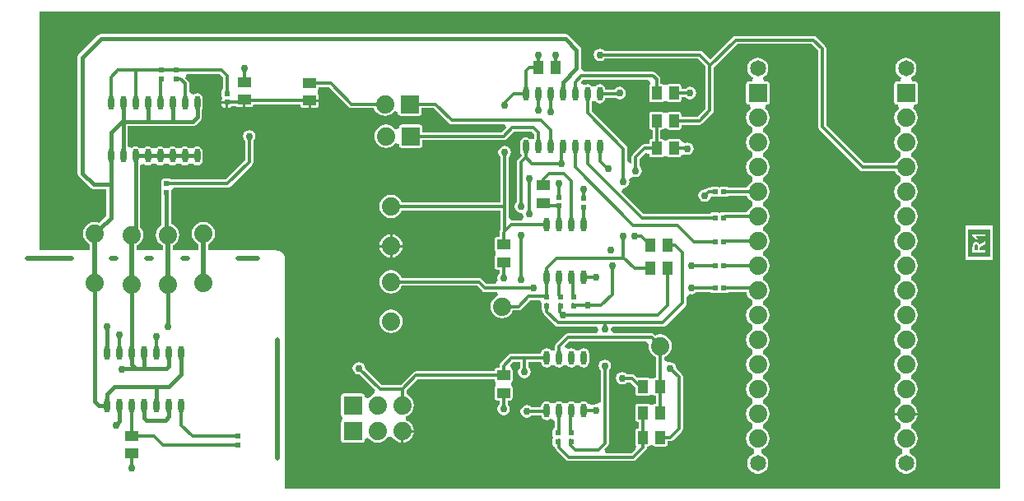
<source format=gtl>
G04 Layer_Physical_Order=1*
G04 Layer_Color=255*
%FSLAX25Y25*%
%MOIN*%
G70*
G01*
G75*
%ADD10O,0.02362X0.05709*%
%ADD11R,0.03937X0.05315*%
%ADD12R,0.05315X0.03937*%
%ADD13R,0.02165X0.02165*%
%ADD14R,0.02165X0.02165*%
%ADD15C,0.01200*%
%ADD16C,0.01800*%
%ADD17C,0.02000*%
%ADD18R,0.07400X0.07400*%
%ADD19C,0.07400*%
%ADD20R,0.07400X0.07400*%
%ADD21O,0.03937X0.01968*%
%ADD22O,0.01968X0.50000*%
%ADD23C,0.06500*%
%ADD24O,0.10000X0.01968*%
%ADD25O,0.20000X0.01968*%
%ADD26C,0.03000*%
G36*
X390471Y1529D02*
X101027D01*
Y95087D01*
X101007Y95185D01*
Y95285D01*
X100854Y96054D01*
X100702Y96421D01*
X100267Y97072D01*
X99986Y97354D01*
X99335Y97789D01*
X98967Y97941D01*
X98199Y98094D01*
X97801D01*
X97500Y98341D01*
Y98500D01*
X70039D01*
Y100757D01*
X70370Y100895D01*
X71352Y101648D01*
X72105Y102630D01*
X72579Y103773D01*
X72741Y105000D01*
X72579Y106227D01*
X72105Y107370D01*
X71352Y108352D01*
X70370Y109105D01*
X69227Y109579D01*
X68000Y109741D01*
X66773Y109579D01*
X65630Y109105D01*
X64648Y108352D01*
X63894Y107370D01*
X63421Y106227D01*
X63259Y105000D01*
X63421Y103773D01*
X63894Y102630D01*
X64648Y101648D01*
X65630Y100895D01*
X65961Y100757D01*
Y98500D01*
X55539D01*
Y100257D01*
X55870Y100395D01*
X56852Y101148D01*
X57605Y102130D01*
X58079Y103273D01*
X58241Y104500D01*
X58079Y105727D01*
X57605Y106870D01*
X56852Y107852D01*
X55870Y108605D01*
X54937Y108992D01*
Y120125D01*
X55025Y120255D01*
X55102Y120646D01*
Y122811D01*
X56398Y123640D01*
X77772D01*
X78396Y123765D01*
X78925Y124118D01*
X87653Y132846D01*
X88007Y133376D01*
X88131Y134000D01*
Y142583D01*
X88302Y142698D01*
X88855Y143525D01*
X89049Y144500D01*
X88855Y145475D01*
X88302Y146302D01*
X87476Y146855D01*
X86500Y147049D01*
X85524Y146855D01*
X84698Y146302D01*
X84145Y145475D01*
X83951Y144500D01*
X84145Y143525D01*
X84698Y142698D01*
X84869Y142583D01*
Y134676D01*
X77096Y126903D01*
X54919D01*
X54804Y127075D01*
X54473Y127296D01*
X54083Y127374D01*
X51917D01*
X51527Y127296D01*
X51196Y127075D01*
X50975Y126744D01*
X50898Y126354D01*
Y124189D01*
X50975Y123799D01*
X51175Y123500D01*
X50975Y123201D01*
X50898Y122811D01*
Y120646D01*
X50975Y120255D01*
X51063Y120125D01*
Y108554D01*
X50148Y107852D01*
X49395Y106870D01*
X48921Y105727D01*
X48759Y104500D01*
X48921Y103273D01*
X49395Y102130D01*
X50148Y101148D01*
X51130Y100395D01*
X51461Y100257D01*
Y98500D01*
X41039D01*
Y100257D01*
X41370Y100395D01*
X42352Y101148D01*
X43106Y102130D01*
X43579Y103273D01*
X43741Y104500D01*
X43579Y105727D01*
X43106Y106870D01*
X42437Y107741D01*
Y132828D01*
X43927Y133298D01*
X44649Y132816D01*
X45500Y132646D01*
X46351Y132816D01*
X47072Y133298D01*
X47152Y133417D01*
X48848D01*
X48928Y133298D01*
X49649Y132816D01*
X50500Y132646D01*
X51351Y132816D01*
X52073Y133298D01*
X52152Y133417D01*
X53848D01*
X53927Y133298D01*
X54649Y132816D01*
X55500Y132646D01*
X56351Y132816D01*
X57073Y133298D01*
X57152Y133417D01*
X58848D01*
X58928Y133298D01*
X59649Y132816D01*
X60500Y132646D01*
X61351Y132816D01*
X62072Y133298D01*
X62152Y133417D01*
X63848D01*
X63928Y133298D01*
X64649Y132816D01*
X65500Y132646D01*
X66351Y132816D01*
X67072Y133298D01*
X67554Y134019D01*
X67724Y134870D01*
Y138216D01*
X67554Y139068D01*
X67072Y139789D01*
X66351Y140271D01*
X65500Y140440D01*
X64649Y140271D01*
X63928Y139789D01*
X63848Y139670D01*
X62152D01*
X62072Y139789D01*
X61351Y140271D01*
X60500Y140440D01*
X59649Y140271D01*
X58928Y139789D01*
X58848Y139670D01*
X57152D01*
X57073Y139789D01*
X56351Y140271D01*
X55500Y140440D01*
X54649Y140271D01*
X53927Y139789D01*
X53848Y139670D01*
X52152D01*
X52073Y139789D01*
X51351Y140271D01*
X50500Y140440D01*
X49649Y140271D01*
X48928Y139789D01*
X48848Y139670D01*
X47152D01*
X47072Y139789D01*
X46351Y140271D01*
X45500Y140440D01*
X44649Y140271D01*
X43927Y139789D01*
X43848Y139670D01*
X42152D01*
X42072Y139789D01*
X41351Y140271D01*
X40500Y140440D01*
X39649Y140271D01*
X38928Y139789D01*
X37437Y140259D01*
Y148563D01*
X63500D01*
X64241Y148710D01*
X64870Y149130D01*
X66870Y151130D01*
X67290Y151759D01*
X67437Y152500D01*
Y155300D01*
X67554Y155476D01*
X67724Y156327D01*
Y159673D01*
X67554Y160524D01*
X67072Y161246D01*
X66351Y161728D01*
X65500Y161897D01*
X64649Y161728D01*
X63928Y161246D01*
X62675Y162072D01*
X62131Y162618D01*
Y166000D01*
X62007Y166624D01*
X61654Y167154D01*
X60667Y168140D01*
X61288Y169640D01*
X74553D01*
X75869Y168324D01*
Y163690D01*
X75696Y163575D01*
X75475Y163244D01*
X75398Y162854D01*
Y160689D01*
X75475Y160299D01*
X75675Y160000D01*
X75475Y159701D01*
X75398Y159311D01*
Y158728D01*
X77500D01*
Y158228D01*
X78000D01*
Y156126D01*
X78583D01*
X78973Y156204D01*
X79304Y156425D01*
X79419Y156597D01*
X81312D01*
X81452Y156503D01*
X81842Y156425D01*
X84000D01*
Y159413D01*
X85000D01*
Y156425D01*
X87157D01*
X87548Y156503D01*
X87878Y156724D01*
X88099Y157055D01*
X88153Y157325D01*
X107323D01*
Y156988D01*
X107401Y156598D01*
X107622Y156267D01*
X107952Y156046D01*
X108343Y155969D01*
X110500D01*
Y158957D01*
X111000D01*
Y159457D01*
X114677D01*
Y160925D01*
X114600Y161315D01*
X114378Y161646D01*
X114348Y161667D01*
X114218Y162303D01*
Y162697D01*
X114348Y163333D01*
X114378Y163354D01*
X114600Y163685D01*
X114677Y164075D01*
Y164412D01*
X118781D01*
X126847Y156346D01*
X127376Y155993D01*
X128000Y155869D01*
X137089D01*
X137395Y155130D01*
X138148Y154148D01*
X139130Y153395D01*
X140273Y152921D01*
X141500Y152759D01*
X142727Y152921D01*
X143870Y153395D01*
X144852Y154148D01*
X145280Y154706D01*
X146780Y154197D01*
Y153800D01*
X146858Y153410D01*
X147079Y153079D01*
X147410Y152858D01*
X147800Y152780D01*
X155200D01*
X155590Y152858D01*
X155921Y153079D01*
X156142Y153410D01*
X156220Y153800D01*
Y155869D01*
X161324D01*
X167347Y149846D01*
X167876Y149493D01*
X168500Y149369D01*
X189940D01*
X190562Y147869D01*
X188824Y146131D01*
X156720D01*
Y148200D01*
X156642Y148590D01*
X156421Y148921D01*
X156090Y149142D01*
X155700Y149220D01*
X148300D01*
X147910Y149142D01*
X147579Y148921D01*
X147358Y148590D01*
X147280Y148200D01*
Y147803D01*
X145780Y147294D01*
X145352Y147852D01*
X144370Y148605D01*
X143227Y149079D01*
X142000Y149241D01*
X140773Y149079D01*
X139630Y148605D01*
X138648Y147852D01*
X137895Y146870D01*
X137421Y145727D01*
X137259Y144500D01*
X137421Y143273D01*
X137895Y142130D01*
X138648Y141148D01*
X139630Y140395D01*
X140773Y139921D01*
X142000Y139759D01*
X143227Y139921D01*
X144370Y140395D01*
X145352Y141148D01*
X145780Y141706D01*
X147280Y141197D01*
Y140800D01*
X147358Y140410D01*
X147579Y140079D01*
X147910Y139858D01*
X148300Y139780D01*
X155700D01*
X156090Y139858D01*
X156421Y140079D01*
X156642Y140410D01*
X156720Y140800D01*
Y142869D01*
X189500D01*
X190124Y142993D01*
X190654Y143347D01*
X193676Y146369D01*
X200824D01*
X201869Y145324D01*
Y143429D01*
X201848Y143398D01*
X200152D01*
X200073Y143517D01*
X199351Y143999D01*
X198500Y144169D01*
X197649Y143999D01*
X196927Y143517D01*
X196446Y142796D01*
X196276Y141945D01*
Y138598D01*
X196446Y137747D01*
X196869Y137114D01*
Y136676D01*
X195346Y135153D01*
X194993Y134624D01*
X194869Y134000D01*
Y117917D01*
X194698Y117802D01*
X194145Y116975D01*
X193951Y116000D01*
X194145Y115024D01*
X194698Y114198D01*
X195525Y113645D01*
X196500Y113451D01*
X197139Y113148D01*
X197619Y111604D01*
X196957Y110360D01*
X192728D01*
X192728Y110360D01*
X191631Y111586D01*
Y116500D01*
Y136083D01*
X191802Y136198D01*
X192355Y137024D01*
X192549Y138000D01*
X192355Y138976D01*
X191802Y139802D01*
X190975Y140355D01*
X190000Y140549D01*
X189024Y140355D01*
X188198Y139802D01*
X187645Y138976D01*
X187451Y138000D01*
X187645Y137024D01*
X188198Y136198D01*
X188369Y136083D01*
Y117631D01*
X148412D01*
X148105Y118370D01*
X147352Y119352D01*
X146370Y120105D01*
X145227Y120579D01*
X144000Y120741D01*
X142773Y120579D01*
X141630Y120105D01*
X140648Y119352D01*
X139895Y118370D01*
X139421Y117227D01*
X139259Y116000D01*
X139421Y114773D01*
X139895Y113630D01*
X140648Y112648D01*
X141630Y111895D01*
X142773Y111421D01*
X144000Y111259D01*
X145227Y111421D01*
X146370Y111895D01*
X147352Y112648D01*
X148105Y113630D01*
X148412Y114369D01*
X188369D01*
Y106676D01*
X188347Y106653D01*
X187993Y106124D01*
X187869Y105500D01*
Y103575D01*
X186843D01*
X186452Y103497D01*
X186122Y103276D01*
X185900Y102945D01*
X185823Y102555D01*
Y98618D01*
X185900Y98228D01*
X186122Y97897D01*
X186152Y97877D01*
X186282Y97241D01*
Y96846D01*
X186152Y96210D01*
X186122Y96189D01*
X185900Y95859D01*
X185823Y95468D01*
Y91531D01*
X185900Y91141D01*
X186122Y90811D01*
X186452Y90589D01*
X186843Y90512D01*
X187869D01*
Y88917D01*
X187698Y88802D01*
X187145Y87976D01*
X186951Y87000D01*
X187124Y86131D01*
X187116Y85978D01*
X186272Y84631D01*
X182676D01*
X180654Y86654D01*
X180124Y87007D01*
X179500Y87131D01*
X148412D01*
X148105Y87870D01*
X147352Y88852D01*
X146370Y89605D01*
X145227Y90079D01*
X144000Y90241D01*
X142773Y90079D01*
X141630Y89605D01*
X140648Y88852D01*
X139895Y87870D01*
X139421Y86727D01*
X139259Y85500D01*
X139421Y84273D01*
X139895Y83130D01*
X140648Y82148D01*
X141630Y81395D01*
X142773Y80921D01*
X144000Y80759D01*
X145227Y80921D01*
X146370Y81395D01*
X147352Y82148D01*
X148105Y83130D01*
X148412Y83869D01*
X178824D01*
X180847Y81846D01*
X181376Y81493D01*
X182000Y81369D01*
X186967D01*
X187265Y79869D01*
X186630Y79605D01*
X185648Y78852D01*
X184895Y77870D01*
X184421Y76727D01*
X184259Y75500D01*
X184421Y74273D01*
X184895Y73130D01*
X185648Y72148D01*
X186630Y71395D01*
X187773Y70921D01*
X189000Y70759D01*
X190227Y70921D01*
X191370Y71395D01*
X192352Y72148D01*
X193105Y73130D01*
X193412Y73869D01*
X195500D01*
X196124Y73993D01*
X196653Y74347D01*
X200447Y78140D01*
X203799D01*
X204124Y77881D01*
X204898Y76811D01*
Y74646D01*
X204975Y74256D01*
X205196Y73925D01*
X205369Y73810D01*
Y73500D01*
X205493Y72876D01*
X205847Y72347D01*
X210447Y67747D01*
X210976Y67393D01*
X211600Y67269D01*
X227232D01*
X227963Y66035D01*
X227196Y64822D01*
X226938Y64631D01*
X215500D01*
X214876Y64507D01*
X214347Y64153D01*
X210846Y60654D01*
X210493Y60124D01*
X210369Y59500D01*
Y57886D01*
X210348Y57855D01*
X208652D01*
X208573Y57974D01*
X207851Y58456D01*
X207000Y58625D01*
X206149Y58456D01*
X205428Y57974D01*
X204945Y57253D01*
X204776Y56402D01*
Y56360D01*
X192728D01*
X192104Y56235D01*
X191575Y55882D01*
X188347Y52653D01*
X187993Y52124D01*
X187869Y51500D01*
Y50575D01*
X186843D01*
X186452Y50497D01*
X186122Y50276D01*
X185900Y49945D01*
X185823Y49555D01*
Y49218D01*
X154087D01*
X153462Y49094D01*
X152933Y48740D01*
X147824Y43631D01*
X140176D01*
X133509Y50298D01*
X133549Y50500D01*
X133355Y51476D01*
X132802Y52302D01*
X131975Y52855D01*
X131000Y53049D01*
X130025Y52855D01*
X129198Y52302D01*
X128645Y51476D01*
X128451Y50500D01*
X128645Y49525D01*
X129198Y48698D01*
X130025Y48145D01*
X131000Y47951D01*
X131202Y47991D01*
X137563Y41630D01*
X137390Y40705D01*
X137075Y39997D01*
X136130Y39606D01*
X135148Y38852D01*
X134720Y38294D01*
X133220Y38803D01*
Y39200D01*
X133142Y39590D01*
X132921Y39921D01*
X132590Y40142D01*
X132200Y40220D01*
X124800D01*
X124410Y40142D01*
X124079Y39921D01*
X123858Y39590D01*
X123780Y39200D01*
Y31800D01*
X123858Y31410D01*
X124079Y31079D01*
X124183Y30629D01*
Y29871D01*
X124079Y29421D01*
X123858Y29090D01*
X123780Y28700D01*
Y21300D01*
X123858Y20910D01*
X124079Y20579D01*
X124410Y20358D01*
X124800Y20280D01*
X132200D01*
X132590Y20358D01*
X132921Y20579D01*
X133142Y20910D01*
X133220Y21300D01*
Y21697D01*
X134720Y22206D01*
X135148Y21648D01*
X136130Y20895D01*
X137273Y20421D01*
X138500Y20259D01*
X139727Y20421D01*
X140870Y20895D01*
X141852Y21648D01*
X142605Y22630D01*
X142688Y22829D01*
X144312D01*
X144395Y22630D01*
X145148Y21648D01*
X146130Y20895D01*
X147273Y20421D01*
X148000Y20325D01*
Y25000D01*
X148500D01*
Y25500D01*
X153175D01*
X153079Y26227D01*
X152605Y27370D01*
X151852Y28352D01*
X150870Y29105D01*
X149987Y29471D01*
X149847Y30250D01*
X149987Y31029D01*
X150870Y31394D01*
X151852Y32148D01*
X152605Y33130D01*
X153079Y34273D01*
X153241Y35500D01*
X153079Y36727D01*
X152605Y37870D01*
X151852Y38852D01*
X150870Y39606D01*
X150131Y39911D01*
Y41324D01*
X154762Y45955D01*
X185823D01*
Y45618D01*
X185900Y45228D01*
X186122Y44897D01*
X186152Y44877D01*
X186282Y44240D01*
Y43846D01*
X186152Y43210D01*
X186122Y43189D01*
X185900Y42859D01*
X185823Y42469D01*
Y38532D01*
X185900Y38141D01*
X186122Y37811D01*
X186452Y37589D01*
X186843Y37512D01*
X187869D01*
Y35917D01*
X187698Y35802D01*
X187145Y34975D01*
X186951Y34000D01*
X187145Y33024D01*
X187698Y32198D01*
X188524Y31645D01*
X189500Y31451D01*
X190475Y31645D01*
X191302Y32198D01*
X191855Y33024D01*
X192049Y34000D01*
X191855Y34975D01*
X191302Y35802D01*
X191131Y35917D01*
Y37512D01*
X192157D01*
X192548Y37589D01*
X192878Y37811D01*
X193099Y38141D01*
X193177Y38532D01*
Y42469D01*
X193099Y42859D01*
X192878Y43189D01*
X192848Y43210D01*
X192718Y43846D01*
Y44240D01*
X192848Y44877D01*
X192878Y44897D01*
X193099Y45228D01*
X193177Y45618D01*
Y49555D01*
X193099Y49945D01*
X192878Y50276D01*
X192774Y50346D01*
X192393Y51575D01*
X192329Y52022D01*
X193404Y53097D01*
X196369D01*
Y50917D01*
X196198Y50802D01*
X195645Y49975D01*
X195451Y49000D01*
X195645Y48024D01*
X196198Y47198D01*
X197025Y46645D01*
X198000Y46451D01*
X198976Y46645D01*
X199802Y47198D01*
X200355Y48024D01*
X200549Y49000D01*
X200355Y49975D01*
X199802Y50802D01*
X199631Y50917D01*
Y53097D01*
X204776D01*
Y53055D01*
X204945Y52204D01*
X205428Y51483D01*
X206149Y51001D01*
X207000Y50831D01*
X207851Y51001D01*
X208573Y51483D01*
X208652Y51602D01*
X210348D01*
X210427Y51483D01*
X211149Y51001D01*
X212000Y50831D01*
X212851Y51001D01*
X213573Y51483D01*
X213652Y51602D01*
X215348D01*
X215427Y51483D01*
X216149Y51001D01*
X217000Y50831D01*
X217851Y51001D01*
X218572Y51483D01*
X218652Y51602D01*
X220348D01*
X220427Y51483D01*
X221149Y51001D01*
X222000Y50831D01*
X222851Y51001D01*
X223572Y51483D01*
X224055Y52204D01*
X224224Y53055D01*
Y56402D01*
X224055Y57253D01*
X223572Y57974D01*
X222851Y58456D01*
X222000Y58625D01*
X221149Y58456D01*
X220427Y57974D01*
X220348Y57855D01*
X218652D01*
X218572Y57974D01*
X217851Y58456D01*
X217000Y58625D01*
X216149Y58456D01*
X216045Y58387D01*
X214592Y58806D01*
X214417Y59610D01*
X216176Y61369D01*
X247191D01*
X248308Y59869D01*
X248259Y59500D01*
X248421Y58273D01*
X248895Y57130D01*
X249648Y56148D01*
X250630Y55395D01*
X251412Y55071D01*
Y46677D01*
X251075D01*
X250685Y46600D01*
X250354Y46378D01*
X250333Y46348D01*
X249697Y46218D01*
X249303D01*
X248667Y46348D01*
X248646Y46378D01*
X248315Y46600D01*
X247925Y46677D01*
X243988D01*
X243653Y46611D01*
X242610Y47653D01*
X242081Y48007D01*
X241457Y48131D01*
X239417D01*
X239302Y48302D01*
X238475Y48855D01*
X237500Y49049D01*
X236525Y48855D01*
X235698Y48302D01*
X235145Y47475D01*
X234951Y46500D01*
X235145Y45524D01*
X235698Y44698D01*
X236525Y44145D01*
X237500Y43951D01*
X238475Y44145D01*
X239302Y44698D01*
X239333Y44743D01*
X240822Y44828D01*
X242969Y42681D01*
Y40343D01*
X243046Y39952D01*
X243267Y39622D01*
X243598Y39401D01*
X243988Y39323D01*
X247925D01*
X248315Y39401D01*
X248646Y39622D01*
X248667Y39652D01*
X249303Y39782D01*
X249697D01*
X250333Y39652D01*
X250354Y39622D01*
X250685Y39401D01*
X251075Y39323D01*
X251412D01*
Y36177D01*
X251075D01*
X250685Y36099D01*
X250354Y35878D01*
X250333Y35848D01*
X249697Y35718D01*
X249303D01*
X248667Y35848D01*
X248646Y35878D01*
X248315Y36099D01*
X247925Y36177D01*
X243988D01*
X243598Y36099D01*
X243267Y35878D01*
X243046Y35548D01*
X242969Y35157D01*
Y29842D01*
X243046Y29452D01*
X243267Y29122D01*
X243598Y28901D01*
X243988Y28823D01*
X244325D01*
Y26177D01*
X243988D01*
X243598Y26100D01*
X243267Y25878D01*
X243046Y25548D01*
X242969Y25157D01*
Y19842D01*
X243046Y19452D01*
X243267Y19122D01*
X242833Y17640D01*
X241324Y16131D01*
X231060D01*
X230438Y17631D01*
X231653Y18846D01*
X232007Y19376D01*
X232131Y20000D01*
Y49583D01*
X232302Y49698D01*
X232855Y50524D01*
X233049Y51500D01*
X232855Y52476D01*
X232302Y53302D01*
X231475Y53855D01*
X230500Y54049D01*
X229524Y53855D01*
X228698Y53302D01*
X228145Y52476D01*
X227951Y51500D01*
X228145Y50524D01*
X228698Y49698D01*
X228869Y49583D01*
Y37062D01*
X228678Y36804D01*
X227369Y35976D01*
X227000Y36049D01*
X226025Y35855D01*
X225625Y35588D01*
X224922Y35681D01*
X224172Y35883D01*
X223889Y36044D01*
X223572Y36517D01*
X222851Y36999D01*
X222000Y37169D01*
X221149Y36999D01*
X220427Y36517D01*
X220348Y36398D01*
X218652D01*
X218572Y36517D01*
X217851Y36999D01*
X217000Y37169D01*
X216149Y36999D01*
X215427Y36517D01*
X215348Y36398D01*
X213652D01*
X213573Y36517D01*
X212851Y36999D01*
X212000Y37169D01*
X211149Y36999D01*
X210427Y36517D01*
X210348Y36398D01*
X208652D01*
X208573Y36517D01*
X207851Y36999D01*
X207000Y37169D01*
X206149Y36999D01*
X205428Y36517D01*
X204945Y35796D01*
X204776Y34945D01*
Y34631D01*
X200917D01*
X200802Y34802D01*
X199976Y35355D01*
X199000Y35549D01*
X198024Y35355D01*
X197198Y34802D01*
X196645Y33975D01*
X196451Y33000D01*
X196645Y32024D01*
X197198Y31198D01*
X198024Y30645D01*
X199000Y30451D01*
X199976Y30645D01*
X200802Y31198D01*
X200917Y31369D01*
X204822D01*
X204945Y30747D01*
X205428Y30026D01*
X206149Y29544D01*
X207000Y29375D01*
X207851Y29544D01*
X208573Y30026D01*
X209824Y29200D01*
X210369Y28654D01*
Y26364D01*
X210027Y26296D01*
X209696Y26075D01*
X209475Y25745D01*
X209398Y25354D01*
Y23189D01*
X209475Y22799D01*
X209675Y22500D01*
X209475Y22201D01*
X209398Y21811D01*
Y19646D01*
X209475Y19255D01*
X209696Y18925D01*
X210027Y18704D01*
X210369Y18636D01*
Y18500D01*
X210493Y17876D01*
X210846Y17346D01*
X214846Y13347D01*
X215376Y12993D01*
X216000Y12869D01*
X242000D01*
X242624Y12993D01*
X243154Y13347D01*
X247110Y17303D01*
X247464Y17832D01*
X247588Y18457D01*
Y18823D01*
X247925D01*
X248315Y18901D01*
X248646Y19122D01*
X248667Y19152D01*
X249303Y19282D01*
X249697D01*
X250333Y19152D01*
X250354Y19122D01*
X250685Y18901D01*
X251075Y18823D01*
X255012D01*
X255402Y18901D01*
X255733Y19122D01*
X255954Y19452D01*
X256031Y19842D01*
Y20869D01*
X257000D01*
X257624Y20993D01*
X258154Y21347D01*
X261653Y24847D01*
X262007Y25376D01*
X262131Y26000D01*
Y47000D01*
X262007Y47624D01*
X261653Y48153D01*
X259509Y50298D01*
X259549Y50500D01*
X259355Y51476D01*
X258802Y52302D01*
X257976Y52855D01*
X257000Y53049D01*
X256175Y52885D01*
X255902Y52937D01*
X254729Y53721D01*
X254778Y55149D01*
X255370Y55395D01*
X256352Y56148D01*
X257105Y57130D01*
X257579Y58273D01*
X257741Y59500D01*
X257579Y60727D01*
X257105Y61870D01*
X256352Y62852D01*
X255370Y63605D01*
X254227Y64079D01*
X253000Y64241D01*
X251773Y64079D01*
X251034Y63773D01*
X250654Y64153D01*
X250124Y64507D01*
X249500Y64631D01*
X234062D01*
X233804Y64822D01*
X232976Y66131D01*
X233049Y66500D01*
X233762Y67369D01*
X254000D01*
X254624Y67493D01*
X255153Y67847D01*
X263154Y75846D01*
X263507Y76376D01*
X263631Y77000D01*
Y79438D01*
X263822Y79696D01*
X265131Y80524D01*
X265500Y80451D01*
X266476Y80645D01*
X267302Y81198D01*
X267417Y81369D01*
X273310D01*
X273425Y81196D01*
X273756Y80975D01*
X274146Y80898D01*
X276311D01*
X276701Y80975D01*
X277000Y81175D01*
X277299Y80975D01*
X277689Y80898D01*
X279854D01*
X280244Y80975D01*
X280575Y81196D01*
X280690Y81369D01*
X287843D01*
X287921Y80773D01*
X288394Y79630D01*
X289148Y78648D01*
X290130Y77895D01*
X290330Y77812D01*
Y76188D01*
X290130Y76105D01*
X289148Y75352D01*
X288394Y74370D01*
X287921Y73227D01*
X287759Y72000D01*
X287921Y70773D01*
X288394Y69630D01*
X289148Y68648D01*
X290130Y67895D01*
X290330Y67812D01*
Y66188D01*
X290130Y66105D01*
X289148Y65352D01*
X288394Y64370D01*
X287921Y63227D01*
X287759Y62000D01*
X287921Y60773D01*
X288394Y59630D01*
X289148Y58648D01*
X290130Y57895D01*
X290330Y57812D01*
Y56188D01*
X290130Y56105D01*
X289148Y55352D01*
X288394Y54370D01*
X287921Y53227D01*
X287759Y52000D01*
X287921Y50773D01*
X288394Y49630D01*
X289148Y48648D01*
X290130Y47894D01*
X290330Y47812D01*
Y46188D01*
X290130Y46106D01*
X289148Y45352D01*
X288394Y44370D01*
X287921Y43227D01*
X287759Y42000D01*
X287921Y40773D01*
X288394Y39630D01*
X289148Y38648D01*
X290130Y37894D01*
X290330Y37812D01*
Y36188D01*
X290130Y36105D01*
X289148Y35352D01*
X288394Y34370D01*
X287921Y33227D01*
X287759Y32000D01*
X287921Y30773D01*
X288394Y29630D01*
X289148Y28648D01*
X290130Y27894D01*
X290330Y27812D01*
Y26188D01*
X290130Y26105D01*
X289148Y25352D01*
X288394Y24370D01*
X287921Y23227D01*
X287759Y22000D01*
X287921Y20773D01*
X288394Y19630D01*
X289148Y18648D01*
X290130Y17895D01*
X290936Y17561D01*
X290943Y17539D01*
X291091Y16873D01*
X291089Y16527D01*
X290978Y15991D01*
X290471Y15781D01*
X290387Y15725D01*
X290357Y15712D01*
X290330Y15692D01*
X290240Y15648D01*
X289561Y15127D01*
X289495Y15051D01*
X289469Y15031D01*
X289449Y15005D01*
X289373Y14939D01*
X288852Y14260D01*
X288808Y14170D01*
X288788Y14143D01*
X288775Y14113D01*
X288719Y14029D01*
X288392Y13239D01*
X288372Y13140D01*
X288359Y13110D01*
X288355Y13077D01*
X288323Y12981D01*
X288211Y12133D01*
X288218Y12033D01*
X288213Y12000D01*
X288218Y11967D01*
X288211Y11867D01*
X288323Y11018D01*
X288355Y10923D01*
X288359Y10891D01*
X288372Y10860D01*
X288392Y10761D01*
X288719Y9971D01*
X288775Y9887D01*
X288788Y9857D01*
X288808Y9830D01*
X288852Y9740D01*
X289373Y9061D01*
X289449Y8995D01*
X289469Y8969D01*
X289495Y8949D01*
X289561Y8873D01*
X290240Y8352D01*
X290330Y8308D01*
X290357Y8288D01*
X290387Y8275D01*
X290471Y8219D01*
X291261Y7892D01*
X291360Y7872D01*
X291390Y7859D01*
X291423Y7855D01*
X291518Y7823D01*
X292367Y7711D01*
X292434Y7716D01*
X292500Y7702D01*
X292566Y7716D01*
X292633Y7711D01*
X293481Y7823D01*
X293577Y7855D01*
X293609Y7859D01*
X293640Y7872D01*
X293739Y7892D01*
X294529Y8219D01*
X294613Y8275D01*
X294643Y8288D01*
X294670Y8308D01*
X294760Y8352D01*
X295439Y8873D01*
X295505Y8949D01*
X295531Y8969D01*
X295551Y8995D01*
X295627Y9061D01*
X296148Y9740D01*
X296192Y9830D01*
X296212Y9857D01*
X296225Y9887D01*
X296281Y9971D01*
X296608Y10761D01*
X296628Y10860D01*
X296641Y10891D01*
X296645Y10923D01*
X296677Y11018D01*
X296789Y11867D01*
X296782Y11967D01*
X296787Y12000D01*
X296782Y12033D01*
X296789Y12133D01*
X296677Y12981D01*
X296645Y13077D01*
X296641Y13110D01*
X296628Y13140D01*
X296608Y13239D01*
X296281Y14029D01*
X296225Y14113D01*
X296212Y14143D01*
X296192Y14170D01*
X296148Y14260D01*
X295627Y14939D01*
X295551Y15005D01*
X295531Y15031D01*
X295505Y15051D01*
X295439Y15127D01*
X294760Y15648D01*
X294670Y15692D01*
X294643Y15712D01*
X294613Y15725D01*
X294529Y15781D01*
X294022Y15991D01*
X293911Y16527D01*
X293909Y16873D01*
X294057Y17539D01*
X294064Y17561D01*
X294870Y17895D01*
X295852Y18648D01*
X296605Y19630D01*
X297079Y20773D01*
X297241Y22000D01*
X297079Y23227D01*
X296605Y24370D01*
X295852Y25352D01*
X294870Y26105D01*
X294671Y26188D01*
Y27812D01*
X294870Y27894D01*
X295852Y28648D01*
X296605Y29630D01*
X297079Y30773D01*
X297241Y32000D01*
X297079Y33227D01*
X296605Y34370D01*
X295852Y35352D01*
X294870Y36105D01*
X294671Y36188D01*
Y37812D01*
X294870Y37894D01*
X295852Y38648D01*
X296605Y39630D01*
X297079Y40773D01*
X297241Y42000D01*
X297079Y43227D01*
X296605Y44370D01*
X295852Y45352D01*
X294870Y46106D01*
X294671Y46188D01*
Y47812D01*
X294870Y47894D01*
X295852Y48648D01*
X296605Y49630D01*
X297079Y50773D01*
X297241Y52000D01*
X297079Y53227D01*
X296605Y54370D01*
X295852Y55352D01*
X294870Y56105D01*
X294671Y56188D01*
Y57812D01*
X294870Y57895D01*
X295852Y58648D01*
X296605Y59630D01*
X297079Y60773D01*
X297241Y62000D01*
X297079Y63227D01*
X296605Y64370D01*
X295852Y65352D01*
X294870Y66105D01*
X294671Y66188D01*
Y67812D01*
X294870Y67895D01*
X295852Y68648D01*
X296605Y69630D01*
X297079Y70773D01*
X297241Y72000D01*
X297079Y73227D01*
X296605Y74370D01*
X295852Y75352D01*
X294870Y76105D01*
X294671Y76188D01*
Y77812D01*
X294870Y77895D01*
X295852Y78648D01*
X296605Y79630D01*
X297079Y80773D01*
X297241Y82000D01*
X297079Y83227D01*
X296605Y84370D01*
X295852Y85352D01*
X294870Y86105D01*
X294671Y86188D01*
Y87812D01*
X294870Y87895D01*
X295852Y88648D01*
X296605Y89630D01*
X297079Y90773D01*
X297241Y92000D01*
X297079Y93227D01*
X296605Y94370D01*
X295852Y95352D01*
X294870Y96105D01*
X294671Y96188D01*
Y97812D01*
X294870Y97895D01*
X295852Y98648D01*
X296605Y99630D01*
X297079Y100773D01*
X297241Y102000D01*
X297079Y103227D01*
X296605Y104370D01*
X295852Y105352D01*
X294870Y106105D01*
X294671Y106188D01*
Y107812D01*
X294870Y107895D01*
X295852Y108648D01*
X296605Y109630D01*
X297079Y110773D01*
X297241Y112000D01*
X297079Y113227D01*
X296605Y114370D01*
X295852Y115352D01*
X294870Y116105D01*
X294671Y116188D01*
Y117812D01*
X294870Y117895D01*
X295852Y118648D01*
X296605Y119630D01*
X297079Y120773D01*
X297241Y122000D01*
X297079Y123227D01*
X296605Y124370D01*
X295852Y125352D01*
X294870Y126105D01*
X294671Y126188D01*
Y127812D01*
X294870Y127895D01*
X295852Y128648D01*
X296605Y129630D01*
X297079Y130773D01*
X297241Y132000D01*
X297079Y133227D01*
X296605Y134370D01*
X295852Y135352D01*
X294870Y136105D01*
X294671Y136188D01*
Y137812D01*
X294870Y137895D01*
X295852Y138648D01*
X296605Y139630D01*
X297079Y140773D01*
X297241Y142000D01*
X297079Y143227D01*
X296605Y144370D01*
X295852Y145352D01*
X294870Y146105D01*
X294671Y146188D01*
Y147812D01*
X294870Y147895D01*
X295852Y148648D01*
X296605Y149630D01*
X297079Y150773D01*
X297241Y152000D01*
X297079Y153227D01*
X296605Y154370D01*
X295852Y155352D01*
X295294Y155780D01*
X295803Y157280D01*
X296200D01*
X296590Y157358D01*
X296921Y157579D01*
X297142Y157910D01*
X297220Y158300D01*
Y165700D01*
X297142Y166090D01*
X296921Y166421D01*
X296590Y166642D01*
X296200Y166720D01*
X294829D01*
X294529Y168219D01*
X294613Y168275D01*
X294643Y168288D01*
X294670Y168308D01*
X294760Y168352D01*
X295439Y168873D01*
X295505Y168949D01*
X295531Y168969D01*
X295551Y168995D01*
X295627Y169061D01*
X296148Y169740D01*
X296192Y169830D01*
X296212Y169857D01*
X296225Y169887D01*
X296281Y169971D01*
X296608Y170761D01*
X296628Y170860D01*
X296641Y170890D01*
X296645Y170923D01*
X296677Y171019D01*
X296789Y171867D01*
X296782Y171967D01*
X296787Y172000D01*
X296782Y172033D01*
X296789Y172133D01*
X296677Y172982D01*
X296645Y173077D01*
X296641Y173109D01*
X296628Y173140D01*
X296608Y173239D01*
X296281Y174029D01*
X296225Y174113D01*
X296212Y174143D01*
X296192Y174170D01*
X296148Y174260D01*
X295627Y174939D01*
X295551Y175005D01*
X295531Y175031D01*
X295505Y175051D01*
X295439Y175127D01*
X294760Y175648D01*
X294670Y175692D01*
X294643Y175712D01*
X294613Y175725D01*
X294529Y175781D01*
X293739Y176108D01*
X293640Y176128D01*
X293609Y176141D01*
X293577Y176145D01*
X293481Y176177D01*
X292633Y176289D01*
X292566Y176285D01*
X292500Y176298D01*
X292434Y176285D01*
X292367Y176289D01*
X291518Y176177D01*
X291423Y176145D01*
X291390Y176141D01*
X291360Y176128D01*
X291261Y176108D01*
X290471Y175781D01*
X290387Y175725D01*
X290357Y175712D01*
X290330Y175692D01*
X290240Y175648D01*
X289561Y175127D01*
X289495Y175051D01*
X289469Y175031D01*
X289449Y175005D01*
X289373Y174939D01*
X288852Y174260D01*
X288808Y174170D01*
X288788Y174143D01*
X288775Y174113D01*
X288719Y174029D01*
X288392Y173239D01*
X288372Y173140D01*
X288359Y173109D01*
X288355Y173077D01*
X288323Y172982D01*
X288211Y172133D01*
X288218Y172033D01*
X288213Y172000D01*
X288218Y171967D01*
X288211Y171867D01*
X288323Y171019D01*
X288355Y170923D01*
X288359Y170890D01*
X288372Y170860D01*
X288392Y170761D01*
X288719Y169971D01*
X288775Y169887D01*
X288788Y169857D01*
X288808Y169830D01*
X288852Y169740D01*
X289373Y169061D01*
X289449Y168995D01*
X289469Y168969D01*
X289495Y168949D01*
X289561Y168873D01*
X290240Y168352D01*
X290330Y168308D01*
X290357Y168288D01*
X290387Y168275D01*
X290471Y168219D01*
X290171Y166720D01*
X288800D01*
X288410Y166642D01*
X288079Y166421D01*
X287858Y166090D01*
X287780Y165700D01*
Y158300D01*
X287858Y157910D01*
X288079Y157579D01*
X288410Y157358D01*
X288800Y157280D01*
X289197D01*
X289706Y155780D01*
X289148Y155352D01*
X288394Y154370D01*
X287921Y153227D01*
X287759Y152000D01*
X287921Y150773D01*
X288394Y149630D01*
X289148Y148648D01*
X290130Y147895D01*
X290330Y147812D01*
Y146188D01*
X290130Y146105D01*
X289148Y145352D01*
X288394Y144370D01*
X287921Y143227D01*
X287759Y142000D01*
X287921Y140773D01*
X288394Y139630D01*
X289148Y138648D01*
X290130Y137895D01*
X290330Y137812D01*
Y136188D01*
X290130Y136105D01*
X289148Y135352D01*
X288394Y134370D01*
X287921Y133227D01*
X287759Y132000D01*
X287921Y130773D01*
X288394Y129630D01*
X289148Y128648D01*
X290130Y127895D01*
X290330Y127812D01*
Y126188D01*
X290130Y126105D01*
X289148Y125352D01*
X288394Y124370D01*
X288088Y123631D01*
X280690D01*
X280575Y123804D01*
X280244Y124025D01*
X279854Y124102D01*
X277689D01*
X277299Y124025D01*
X277000Y123825D01*
X276701Y124025D01*
X276311Y124102D01*
X274146D01*
X273756Y124025D01*
X273425Y123804D01*
X273310Y123631D01*
X272500D01*
X271876Y123507D01*
X271346Y123153D01*
X271202Y123009D01*
X271000Y123049D01*
X270024Y122855D01*
X269198Y122302D01*
X268645Y121476D01*
X268451Y120500D01*
X268645Y119525D01*
X269198Y118698D01*
X270024Y118145D01*
X271000Y117951D01*
X271975Y118145D01*
X272802Y118698D01*
X272853Y118774D01*
X273756Y119975D01*
X274146Y119898D01*
X276311D01*
X276701Y119975D01*
X277000Y120175D01*
X277299Y119975D01*
X277689Y119898D01*
X279854D01*
X280244Y119975D01*
X280575Y120196D01*
X280690Y120369D01*
X288088D01*
X288394Y119630D01*
X289148Y118648D01*
X290130Y117895D01*
X290330Y117812D01*
Y116188D01*
X290130Y116105D01*
X289148Y115352D01*
X288394Y114370D01*
X288088Y113631D01*
X279272D01*
X279125Y113602D01*
X277689D01*
X277299Y113525D01*
X277000Y113325D01*
X276701Y113525D01*
X276311Y113602D01*
X274146D01*
X273756Y113525D01*
X273425Y113304D01*
X273310Y113131D01*
X246176D01*
X237233Y122074D01*
X237972Y123457D01*
X238000Y123451D01*
X238976Y123645D01*
X239802Y124198D01*
X240355Y125024D01*
X240549Y126000D01*
X240355Y126976D01*
X240345Y126991D01*
X240471Y127379D01*
X242025Y128145D01*
X243000Y127951D01*
X243975Y128145D01*
X244802Y128698D01*
X245355Y129525D01*
X245549Y130500D01*
X245355Y131475D01*
X244802Y132302D01*
X244631Y132417D01*
Y135324D01*
X246969Y137662D01*
X248469Y137227D01*
Y136943D01*
X248546Y136552D01*
X248767Y136222D01*
X249098Y136001D01*
X249488Y135923D01*
X253425D01*
X253815Y136001D01*
X254146Y136222D01*
X254167Y136252D01*
X254803Y136382D01*
X255197D01*
X255833Y136252D01*
X255854Y136222D01*
X256185Y136001D01*
X256575Y135923D01*
X260512D01*
X260902Y136001D01*
X261233Y136222D01*
X261454Y136552D01*
X262560Y137082D01*
X263025Y137145D01*
X264000Y136951D01*
X264976Y137145D01*
X265802Y137698D01*
X266355Y138524D01*
X266549Y139500D01*
X266355Y140475D01*
X265802Y141302D01*
X264976Y141855D01*
X264000Y142049D01*
X263025Y141855D01*
X262372Y142031D01*
X261460Y142614D01*
X261454Y142648D01*
X261233Y142978D01*
X260902Y143200D01*
X260512Y143277D01*
X256575D01*
X256185Y143200D01*
X255854Y142978D01*
X255833Y142948D01*
X255197Y142818D01*
X254803D01*
X254167Y142948D01*
X254146Y142978D01*
X253815Y143200D01*
X253425Y143277D01*
X253088D01*
Y147123D01*
X253425D01*
X253815Y147201D01*
X254146Y147422D01*
X254167Y147452D01*
X254803Y147582D01*
X255197D01*
X255833Y147452D01*
X255854Y147422D01*
X256185Y147201D01*
X256575Y147123D01*
X260512D01*
X260902Y147201D01*
X261233Y147422D01*
X261454Y147752D01*
X261531Y148143D01*
Y149169D01*
X268800D01*
X269424Y149293D01*
X269953Y149646D01*
X274153Y153847D01*
X274507Y154376D01*
X274631Y155000D01*
Y172324D01*
X284176Y181869D01*
X314324D01*
X316869Y179324D01*
Y148500D01*
X316993Y147876D01*
X317347Y147346D01*
X333846Y130847D01*
X334376Y130493D01*
X335000Y130369D01*
X348089D01*
X348394Y129630D01*
X349148Y128648D01*
X350130Y127895D01*
X350329Y127812D01*
Y126188D01*
X350130Y126105D01*
X349148Y125352D01*
X348394Y124370D01*
X347921Y123227D01*
X347759Y122000D01*
X347921Y120773D01*
X348394Y119630D01*
X349148Y118648D01*
X350130Y117895D01*
X350329Y117812D01*
Y116188D01*
X350130Y116105D01*
X349148Y115352D01*
X348394Y114370D01*
X347921Y113227D01*
X347759Y112000D01*
X347921Y110773D01*
X348394Y109630D01*
X349148Y108648D01*
X350130Y107895D01*
X350329Y107812D01*
Y106188D01*
X350130Y106105D01*
X349148Y105352D01*
X348394Y104370D01*
X347921Y103227D01*
X347759Y102000D01*
X347921Y100773D01*
X348394Y99630D01*
X349148Y98648D01*
X350130Y97895D01*
X350329Y97812D01*
Y96188D01*
X350130Y96105D01*
X349148Y95352D01*
X348394Y94370D01*
X347921Y93227D01*
X347759Y92000D01*
X347921Y90773D01*
X348394Y89630D01*
X349148Y88648D01*
X350130Y87895D01*
X350329Y87812D01*
Y86188D01*
X350130Y86105D01*
X349148Y85352D01*
X348394Y84370D01*
X347921Y83227D01*
X347759Y82000D01*
X347921Y80773D01*
X348394Y79630D01*
X349148Y78648D01*
X350130Y77895D01*
X350329Y77812D01*
Y76188D01*
X350130Y76105D01*
X349148Y75352D01*
X348394Y74370D01*
X347921Y73227D01*
X347759Y72000D01*
X347921Y70773D01*
X348394Y69630D01*
X349148Y68648D01*
X350130Y67895D01*
X350329Y67812D01*
Y66188D01*
X350130Y66105D01*
X349148Y65352D01*
X348394Y64370D01*
X347921Y63227D01*
X347759Y62000D01*
X347921Y60773D01*
X348394Y59630D01*
X349148Y58648D01*
X350130Y57895D01*
X350329Y57812D01*
Y56188D01*
X350130Y56105D01*
X349148Y55352D01*
X348394Y54370D01*
X347921Y53227D01*
X347759Y52000D01*
X347921Y50773D01*
X348394Y49630D01*
X349148Y48648D01*
X350130Y47894D01*
X350329Y47812D01*
Y46188D01*
X350130Y46106D01*
X349148Y45352D01*
X348394Y44370D01*
X347921Y43227D01*
X347759Y42000D01*
X347921Y40773D01*
X348394Y39630D01*
X349148Y38648D01*
X350130Y37894D01*
X350329Y37812D01*
Y36188D01*
X350130Y36105D01*
X349148Y35352D01*
X348394Y34370D01*
X347921Y33227D01*
X347825Y32500D01*
X357175D01*
X357079Y33227D01*
X356606Y34370D01*
X355852Y35352D01*
X354870Y36105D01*
X354671Y36188D01*
Y37812D01*
X354870Y37894D01*
X355852Y38648D01*
X356606Y39630D01*
X357079Y40773D01*
X357241Y42000D01*
X357079Y43227D01*
X356606Y44370D01*
X355852Y45352D01*
X354870Y46106D01*
X354671Y46188D01*
Y47812D01*
X354870Y47894D01*
X355852Y48648D01*
X356606Y49630D01*
X357079Y50773D01*
X357241Y52000D01*
X357079Y53227D01*
X356606Y54370D01*
X355852Y55352D01*
X354870Y56105D01*
X354671Y56188D01*
Y57812D01*
X354870Y57895D01*
X355852Y58648D01*
X356606Y59630D01*
X357079Y60773D01*
X357241Y62000D01*
X357079Y63227D01*
X356606Y64370D01*
X355852Y65352D01*
X354870Y66105D01*
X354671Y66188D01*
Y67812D01*
X354870Y67895D01*
X355852Y68648D01*
X356606Y69630D01*
X357079Y70773D01*
X357241Y72000D01*
X357079Y73227D01*
X356606Y74370D01*
X355852Y75352D01*
X354870Y76105D01*
X354671Y76188D01*
Y77812D01*
X354870Y77895D01*
X355852Y78648D01*
X356606Y79630D01*
X357079Y80773D01*
X357241Y82000D01*
X357079Y83227D01*
X356606Y84370D01*
X355852Y85352D01*
X354870Y86105D01*
X354671Y86188D01*
Y87812D01*
X354870Y87895D01*
X355852Y88648D01*
X356606Y89630D01*
X357079Y90773D01*
X357241Y92000D01*
X357079Y93227D01*
X356606Y94370D01*
X355852Y95352D01*
X354870Y96105D01*
X354671Y96188D01*
Y97812D01*
X354870Y97895D01*
X355852Y98648D01*
X356606Y99630D01*
X357079Y100773D01*
X357241Y102000D01*
X357079Y103227D01*
X356606Y104370D01*
X355852Y105352D01*
X354870Y106105D01*
X354671Y106188D01*
Y107812D01*
X354870Y107895D01*
X355852Y108648D01*
X356606Y109630D01*
X357079Y110773D01*
X357241Y112000D01*
X357079Y113227D01*
X356606Y114370D01*
X355852Y115352D01*
X354870Y116105D01*
X354671Y116188D01*
Y117812D01*
X354870Y117895D01*
X355852Y118648D01*
X356606Y119630D01*
X357079Y120773D01*
X357241Y122000D01*
X357079Y123227D01*
X356606Y124370D01*
X355852Y125352D01*
X354870Y126105D01*
X354671Y126188D01*
Y127812D01*
X354870Y127895D01*
X355852Y128648D01*
X356606Y129630D01*
X357079Y130773D01*
X357241Y132000D01*
X357079Y133227D01*
X356606Y134370D01*
X355852Y135352D01*
X354870Y136105D01*
X354671Y136188D01*
Y137812D01*
X354870Y137895D01*
X355852Y138648D01*
X356606Y139630D01*
X357079Y140773D01*
X357241Y142000D01*
X357079Y143227D01*
X356606Y144370D01*
X355852Y145352D01*
X354870Y146105D01*
X354671Y146188D01*
Y147812D01*
X354870Y147895D01*
X355852Y148648D01*
X356606Y149630D01*
X357079Y150773D01*
X357241Y152000D01*
X357079Y153227D01*
X356606Y154370D01*
X355852Y155352D01*
X355294Y155780D01*
X355803Y157280D01*
X356200D01*
X356590Y157358D01*
X356921Y157579D01*
X357142Y157910D01*
X357220Y158300D01*
Y165700D01*
X357142Y166090D01*
X356921Y166421D01*
X356590Y166642D01*
X356200Y166720D01*
X354829D01*
X354529Y168219D01*
X354613Y168275D01*
X354643Y168288D01*
X354670Y168308D01*
X354760Y168352D01*
X355439Y168873D01*
X355505Y168949D01*
X355531Y168969D01*
X355551Y168995D01*
X355627Y169061D01*
X356148Y169740D01*
X356192Y169830D01*
X356212Y169857D01*
X356225Y169887D01*
X356281Y169971D01*
X356608Y170761D01*
X356628Y170860D01*
X356641Y170890D01*
X356645Y170923D01*
X356677Y171019D01*
X356789Y171867D01*
X356782Y171967D01*
X356787Y172000D01*
X356782Y172033D01*
X356789Y172133D01*
X356677Y172982D01*
X356645Y173077D01*
X356641Y173109D01*
X356628Y173140D01*
X356608Y173239D01*
X356281Y174029D01*
X356225Y174113D01*
X356212Y174143D01*
X356192Y174170D01*
X356148Y174260D01*
X355627Y174939D01*
X355551Y175005D01*
X355531Y175031D01*
X355505Y175051D01*
X355439Y175127D01*
X354760Y175648D01*
X354670Y175692D01*
X354643Y175712D01*
X354613Y175725D01*
X354529Y175781D01*
X353739Y176108D01*
X353640Y176128D01*
X353609Y176141D01*
X353577Y176145D01*
X353482Y176177D01*
X352633Y176289D01*
X352566Y176285D01*
X352500Y176298D01*
X352434Y176285D01*
X352367Y176289D01*
X351519Y176177D01*
X351423Y176145D01*
X351391Y176141D01*
X351360Y176128D01*
X351261Y176108D01*
X350471Y175781D01*
X350387Y175725D01*
X350357Y175712D01*
X350330Y175692D01*
X350240Y175648D01*
X349561Y175127D01*
X349495Y175051D01*
X349469Y175031D01*
X349449Y175005D01*
X349373Y174939D01*
X348852Y174260D01*
X348808Y174170D01*
X348788Y174143D01*
X348775Y174113D01*
X348719Y174029D01*
X348392Y173239D01*
X348372Y173140D01*
X348359Y173109D01*
X348355Y173077D01*
X348323Y172982D01*
X348211Y172133D01*
X348218Y172033D01*
X348213Y172000D01*
X348218Y171967D01*
X348211Y171867D01*
X348323Y171019D01*
X348355Y170923D01*
X348359Y170890D01*
X348372Y170860D01*
X348392Y170761D01*
X348719Y169971D01*
X348775Y169887D01*
X348788Y169857D01*
X348808Y169830D01*
X348852Y169740D01*
X349373Y169061D01*
X349449Y168995D01*
X349469Y168969D01*
X349495Y168949D01*
X349561Y168873D01*
X350240Y168352D01*
X350330Y168308D01*
X350357Y168288D01*
X350387Y168275D01*
X350471Y168219D01*
X350171Y166720D01*
X348800D01*
X348410Y166642D01*
X348079Y166421D01*
X347858Y166090D01*
X347780Y165700D01*
Y158300D01*
X347858Y157910D01*
X348079Y157579D01*
X348410Y157358D01*
X348800Y157280D01*
X349197D01*
X349706Y155780D01*
X349148Y155352D01*
X348394Y154370D01*
X347921Y153227D01*
X347759Y152000D01*
X347921Y150773D01*
X348394Y149630D01*
X349148Y148648D01*
X350130Y147895D01*
X350329Y147812D01*
Y146188D01*
X350130Y146105D01*
X349148Y145352D01*
X348394Y144370D01*
X347921Y143227D01*
X347759Y142000D01*
X347921Y140773D01*
X348394Y139630D01*
X349148Y138648D01*
X350130Y137895D01*
X350329Y137812D01*
Y136188D01*
X350130Y136105D01*
X349148Y135352D01*
X348394Y134370D01*
X348089Y133631D01*
X335676D01*
X320131Y149176D01*
Y180000D01*
X320007Y180624D01*
X319654Y181154D01*
X316154Y184653D01*
X315624Y185007D01*
X315000Y185131D01*
X283500D01*
X282876Y185007D01*
X282347Y184653D01*
X273250Y175557D01*
X270153Y178654D01*
X269624Y179007D01*
X269000Y179131D01*
X230417D01*
X230302Y179302D01*
X229475Y179855D01*
X228500Y180049D01*
X227524Y179855D01*
X226698Y179302D01*
X226145Y178475D01*
X225951Y177500D01*
X226145Y176524D01*
X226698Y175698D01*
X227524Y175145D01*
X228500Y174951D01*
X229475Y175145D01*
X230302Y175698D01*
X230417Y175869D01*
X268324D01*
X271369Y172824D01*
Y155676D01*
X268124Y152431D01*
X261531D01*
Y153457D01*
X261454Y153848D01*
X261233Y154178D01*
X260902Y154400D01*
X260512Y154477D01*
X256575D01*
X256185Y154400D01*
X255854Y154178D01*
X255833Y154148D01*
X255197Y154018D01*
X254803D01*
X254167Y154148D01*
X254146Y154178D01*
X253815Y154400D01*
X253425Y154477D01*
X249488D01*
X249098Y154400D01*
X248767Y154178D01*
X248546Y153848D01*
X248469Y153457D01*
Y148143D01*
X248546Y147752D01*
X248767Y147422D01*
X249098Y147201D01*
X249488Y147123D01*
X249825D01*
Y143277D01*
X249488D01*
X249098Y143200D01*
X248767Y142978D01*
X248546Y142648D01*
X248469Y142257D01*
Y141231D01*
X246600D01*
X245976Y141107D01*
X245446Y140753D01*
X241846Y137153D01*
X241493Y136624D01*
X241369Y136000D01*
Y133699D01*
X241131Y133523D01*
X239631Y134278D01*
Y139500D01*
X239507Y140124D01*
X239154Y140654D01*
X225131Y154676D01*
Y158571D01*
X225152Y158602D01*
X226848D01*
X226927Y158483D01*
X227649Y158001D01*
X228500Y157831D01*
X229351Y158001D01*
X230072Y158483D01*
X230555Y159204D01*
X230724Y160055D01*
Y160097D01*
X234848D01*
X235525Y159645D01*
X236500Y159451D01*
X237475Y159645D01*
X238302Y160198D01*
X238855Y161024D01*
X239049Y162000D01*
X238855Y162976D01*
X238302Y163802D01*
X237475Y164355D01*
X236500Y164549D01*
X235525Y164355D01*
X234698Y163802D01*
X234402Y163360D01*
X230724D01*
Y163402D01*
X230555Y164253D01*
X230072Y164974D01*
X229351Y165456D01*
X228500Y165625D01*
X227649Y165456D01*
X226927Y164974D01*
X226848Y164855D01*
X225152D01*
X225073Y164974D01*
X224351Y165456D01*
X223500Y165625D01*
X222649Y165456D01*
X222545Y165387D01*
X221092Y165806D01*
X220917Y166610D01*
X221676Y167369D01*
X248088D01*
X248437Y167187D01*
X248600Y166933D01*
X249098Y165600D01*
X248767Y165378D01*
X248546Y165048D01*
X248469Y164657D01*
Y159343D01*
X248546Y158952D01*
X248767Y158622D01*
X249098Y158400D01*
X249488Y158323D01*
X253425D01*
X253815Y158400D01*
X254146Y158622D01*
X254167Y158652D01*
X254803Y158782D01*
X255197D01*
X255833Y158652D01*
X255854Y158622D01*
X256185Y158400D01*
X256575Y158323D01*
X260512D01*
X260902Y158400D01*
X261233Y158622D01*
X261454Y158952D01*
X261531Y159343D01*
Y160369D01*
X263083D01*
X263198Y160198D01*
X264024Y159645D01*
X265000Y159451D01*
X265975Y159645D01*
X266802Y160198D01*
X267355Y161024D01*
X267549Y162000D01*
X267355Y162976D01*
X266802Y163802D01*
X265975Y164355D01*
X265000Y164549D01*
X264024Y164355D01*
X263198Y163802D01*
X263083Y163631D01*
X261531D01*
Y164657D01*
X261454Y165048D01*
X261233Y165378D01*
X260902Y165600D01*
X260512Y165677D01*
X256575D01*
X256185Y165600D01*
X255854Y165378D01*
X255833Y165348D01*
X255197Y165218D01*
X254803D01*
X254167Y165348D01*
X254146Y165378D01*
X253815Y165600D01*
X253425Y165677D01*
X253088D01*
Y167543D01*
X252964Y168168D01*
X252610Y168697D01*
X251153Y170153D01*
X250624Y170507D01*
X250000Y170631D01*
X222078D01*
X222011Y170664D01*
X220940Y171997D01*
X220937Y172057D01*
Y179500D01*
X220790Y180241D01*
X220370Y180870D01*
X215870Y185370D01*
X215241Y185790D01*
X214500Y185937D01*
X26500D01*
X25759Y185790D01*
X25130Y185370D01*
X17630Y177870D01*
X17210Y177241D01*
X17063Y176500D01*
Y129500D01*
X17210Y128759D01*
X17630Y128130D01*
X22130Y123630D01*
X22759Y123210D01*
X23500Y123063D01*
X28563D01*
Y112302D01*
X25660Y109400D01*
X25227Y109579D01*
X24000Y109741D01*
X22773Y109579D01*
X21630Y109105D01*
X20648Y108352D01*
X19895Y107370D01*
X19421Y106227D01*
X19259Y105000D01*
X19421Y103773D01*
X19895Y102630D01*
X20648Y101648D01*
X21630Y100895D01*
X21961Y100757D01*
Y98500D01*
X1529D01*
Y194971D01*
X390471D01*
Y1529D01*
D02*
G37*
%LPC*%
G36*
X144000Y74241D02*
X142773Y74079D01*
X141630Y73605D01*
X140648Y72852D01*
X139895Y71870D01*
X139421Y70727D01*
X139259Y69500D01*
X139421Y68273D01*
X139895Y67130D01*
X140648Y66148D01*
X141630Y65395D01*
X142773Y64921D01*
X144000Y64759D01*
X145227Y64921D01*
X146370Y65395D01*
X147352Y66148D01*
X148105Y67130D01*
X148579Y68273D01*
X148741Y69500D01*
X148579Y70727D01*
X148105Y71870D01*
X147352Y72852D01*
X146370Y73605D01*
X145227Y74079D01*
X144000Y74241D01*
D02*
G37*
G36*
X387500Y108500D02*
X376500D01*
Y107809D01*
X376458D01*
Y94532D01*
X376500D01*
Y94500D01*
X387500D01*
Y108500D01*
D02*
G37*
G36*
X153175Y24500D02*
X149000D01*
Y20325D01*
X149727Y20421D01*
X150870Y20895D01*
X151852Y21648D01*
X152605Y22630D01*
X153079Y23773D01*
X153175Y24500D01*
D02*
G37*
G36*
X357175Y31500D02*
X347825D01*
X347921Y30773D01*
X348394Y29630D01*
X349148Y28648D01*
X350130Y27894D01*
X350329Y27812D01*
Y26188D01*
X350130Y26105D01*
X349148Y25352D01*
X348394Y24370D01*
X347921Y23227D01*
X347759Y22000D01*
X347921Y20773D01*
X348394Y19630D01*
X349148Y18648D01*
X350130Y17895D01*
X350936Y17561D01*
X350943Y17539D01*
X351091Y16873D01*
X351089Y16527D01*
X350978Y15991D01*
X350471Y15781D01*
X350387Y15725D01*
X350357Y15712D01*
X350330Y15692D01*
X350240Y15648D01*
X349561Y15127D01*
X349495Y15051D01*
X349469Y15031D01*
X349449Y15005D01*
X349373Y14939D01*
X348852Y14260D01*
X348808Y14170D01*
X348788Y14143D01*
X348775Y14113D01*
X348719Y14029D01*
X348392Y13239D01*
X348372Y13140D01*
X348359Y13110D01*
X348355Y13077D01*
X348323Y12981D01*
X348211Y12133D01*
X348218Y12033D01*
X348213Y12000D01*
X348218Y11967D01*
X348211Y11867D01*
X348323Y11018D01*
X348355Y10923D01*
X348359Y10891D01*
X348372Y10860D01*
X348392Y10761D01*
X348719Y9971D01*
X348775Y9887D01*
X348788Y9857D01*
X348808Y9830D01*
X348852Y9740D01*
X349373Y9061D01*
X349449Y8995D01*
X349469Y8969D01*
X349495Y8949D01*
X349561Y8873D01*
X350240Y8352D01*
X350330Y8308D01*
X350357Y8288D01*
X350387Y8275D01*
X350471Y8219D01*
X351261Y7892D01*
X351360Y7872D01*
X351391Y7859D01*
X351423Y7855D01*
X351519Y7823D01*
X352367Y7711D01*
X352434Y7716D01*
X352500Y7702D01*
X352566Y7716D01*
X352633Y7711D01*
X353482Y7823D01*
X353577Y7855D01*
X353609Y7859D01*
X353640Y7872D01*
X353739Y7892D01*
X354529Y8219D01*
X354613Y8275D01*
X354643Y8288D01*
X354670Y8308D01*
X354760Y8352D01*
X355439Y8873D01*
X355505Y8949D01*
X355531Y8969D01*
X355551Y8995D01*
X355627Y9061D01*
X356148Y9740D01*
X356192Y9830D01*
X356212Y9857D01*
X356225Y9887D01*
X356281Y9971D01*
X356608Y10761D01*
X356628Y10860D01*
X356641Y10891D01*
X356645Y10923D01*
X356677Y11018D01*
X356789Y11867D01*
X356782Y11967D01*
X356787Y12000D01*
X356782Y12033D01*
X356789Y12133D01*
X356677Y12981D01*
X356645Y13077D01*
X356641Y13110D01*
X356628Y13140D01*
X356608Y13239D01*
X356281Y14029D01*
X356225Y14113D01*
X356212Y14143D01*
X356192Y14170D01*
X356148Y14260D01*
X355627Y14939D01*
X355551Y15005D01*
X355531Y15031D01*
X355505Y15051D01*
X355439Y15127D01*
X354760Y15648D01*
X354670Y15692D01*
X354643Y15712D01*
X354613Y15725D01*
X354529Y15781D01*
X354022Y15991D01*
X353911Y16527D01*
X353909Y16873D01*
X354057Y17539D01*
X354064Y17561D01*
X354870Y17895D01*
X355852Y18648D01*
X356606Y19630D01*
X357079Y20773D01*
X357241Y22000D01*
X357079Y23227D01*
X356606Y24370D01*
X355852Y25352D01*
X354870Y26105D01*
X354671Y26188D01*
Y27812D01*
X354870Y27894D01*
X355852Y28648D01*
X356606Y29630D01*
X357079Y30773D01*
X357175Y31500D01*
D02*
G37*
G36*
X143500Y99500D02*
X139325D01*
X139421Y98773D01*
X139895Y97630D01*
X140648Y96648D01*
X141630Y95895D01*
X142773Y95421D01*
X143500Y95325D01*
Y99500D01*
D02*
G37*
G36*
X114677Y158457D02*
X111500D01*
Y155969D01*
X113657D01*
X114048Y156046D01*
X114378Y156267D01*
X114600Y156598D01*
X114677Y156988D01*
Y158457D01*
D02*
G37*
G36*
X77000Y157728D02*
X75398D01*
Y157146D01*
X75475Y156755D01*
X75696Y156425D01*
X76027Y156204D01*
X76417Y156126D01*
X77000D01*
Y157728D01*
D02*
G37*
G36*
X144500Y104675D02*
Y100500D01*
X148675D01*
X148579Y101227D01*
X148105Y102370D01*
X147352Y103352D01*
X146370Y104105D01*
X145227Y104579D01*
X144500Y104675D01*
D02*
G37*
G36*
X148675Y99500D02*
X144500D01*
Y95325D01*
X145227Y95421D01*
X146370Y95895D01*
X147352Y96648D01*
X148105Y97630D01*
X148579Y98773D01*
X148675Y99500D01*
D02*
G37*
G36*
X143500Y104675D02*
X142773Y104579D01*
X141630Y104105D01*
X140648Y103352D01*
X139895Y102370D01*
X139421Y101227D01*
X139325Y100500D01*
X143500D01*
Y104675D01*
D02*
G37*
%LPD*%
G36*
X386469Y95531D02*
X377458D01*
Y106809D01*
X386469D01*
Y95531D01*
D02*
G37*
%LPC*%
G36*
X384500Y102034D02*
X383516Y101415D01*
X383414Y101349D01*
X383312Y101284D01*
X383224Y101225D01*
X383144Y101167D01*
X383071Y101116D01*
X382998Y101072D01*
X382889Y100985D01*
X382801Y100919D01*
X382743Y100875D01*
X382707Y100839D01*
X382699Y100831D01*
X382612Y100751D01*
X382532Y100657D01*
X382466Y100569D01*
X382400Y100482D01*
X382349Y100409D01*
X382313Y100350D01*
X382284Y100307D01*
X382277Y100299D01*
Y100292D01*
X382255Y100416D01*
X382225Y100525D01*
X382196Y100627D01*
X382160Y100730D01*
X382123Y100817D01*
X382087Y100897D01*
X382051Y100977D01*
X382007Y101043D01*
X381970Y101101D01*
X381934Y101152D01*
X381897Y101196D01*
X381868Y101225D01*
X381846Y101254D01*
X381825Y101276D01*
X381817Y101284D01*
X381810Y101291D01*
X381737Y101349D01*
X381664Y101400D01*
X381504Y101488D01*
X381351Y101546D01*
X381198Y101582D01*
X381066Y101612D01*
X381015Y101619D01*
X380964D01*
X380928Y101626D01*
X380870D01*
X380709Y101619D01*
X380556Y101590D01*
X380425Y101553D01*
X380308Y101517D01*
X380213Y101473D01*
X380141Y101437D01*
X380119Y101422D01*
X380097Y101407D01*
X380090Y101400D01*
X380082D01*
X379958Y101313D01*
X379856Y101218D01*
X379776Y101123D01*
X379703Y101028D01*
X379659Y100941D01*
X379623Y100875D01*
X379601Y100831D01*
X379594Y100824D01*
Y100817D01*
X379572Y100744D01*
X379550Y100664D01*
X379514Y100482D01*
X379492Y100285D01*
X379470Y100095D01*
Y100001D01*
X379463Y99920D01*
Y99840D01*
X379455Y99774D01*
Y99724D01*
Y99680D01*
Y99651D01*
Y99643D01*
Y97500D01*
X384500D01*
Y98521D01*
X382393D01*
Y98725D01*
Y98849D01*
X382400Y98951D01*
X382408Y99038D01*
X382422Y99111D01*
X382430Y99169D01*
X382444Y99206D01*
X382452Y99228D01*
Y99235D01*
X382481Y99293D01*
X382510Y99352D01*
X382546Y99403D01*
X382575Y99454D01*
X382612Y99490D01*
X382641Y99519D01*
X382656Y99534D01*
X382663Y99541D01*
X382699Y99570D01*
X382736Y99607D01*
X382845Y99687D01*
X382962Y99774D01*
X383093Y99869D01*
X383210Y99949D01*
X383268Y99986D01*
X383312Y100015D01*
X383348Y100044D01*
X383377Y100066D01*
X383399Y100073D01*
X383406Y100081D01*
X384500Y100810D01*
Y102034D01*
D02*
G37*
G36*
Y104841D02*
X379426D01*
Y104054D01*
X379594Y103981D01*
X379747Y103886D01*
X379893Y103784D01*
X380009Y103682D01*
X380104Y103594D01*
X380177Y103514D01*
X380206Y103485D01*
X380228Y103463D01*
X380235Y103449D01*
X380243Y103441D01*
X380359Y103281D01*
X380461Y103128D01*
X380541Y102989D01*
X380600Y102865D01*
X380644Y102763D01*
X380680Y102690D01*
X380687Y102661D01*
X380695Y102639D01*
X380702Y102632D01*
Y102625D01*
X381577D01*
X381475Y102887D01*
X381365Y103121D01*
X381307Y103230D01*
X381241Y103332D01*
X381183Y103427D01*
X381125Y103514D01*
X381066Y103594D01*
X381015Y103667D01*
X380972Y103726D01*
X380928Y103777D01*
X380891Y103820D01*
X380870Y103850D01*
X380855Y103864D01*
X380848Y103872D01*
X384500D01*
Y104841D01*
D02*
G37*
%LPD*%
G36*
X381023Y100569D02*
X381096Y100562D01*
X381161Y100540D01*
X381220Y100525D01*
X381263Y100504D01*
X381292Y100482D01*
X381314Y100474D01*
X381322Y100467D01*
X381373Y100423D01*
X381416Y100380D01*
X381482Y100285D01*
X381504Y100248D01*
X381518Y100212D01*
X381533Y100190D01*
Y100183D01*
X381540Y100146D01*
X381555Y100088D01*
X381562Y100030D01*
X381569Y99964D01*
X381577Y99811D01*
X381584Y99658D01*
X381591Y99512D01*
Y99446D01*
Y99388D01*
Y99337D01*
Y99301D01*
Y99279D01*
Y99272D01*
Y98521D01*
X380308D01*
Y99308D01*
Y99417D01*
Y99519D01*
Y99607D01*
Y99687D01*
X380315Y99753D01*
Y99818D01*
Y99869D01*
Y99913D01*
X380323Y99979D01*
Y100022D01*
X380330Y100044D01*
Y100051D01*
X380352Y100139D01*
X380381Y100219D01*
X380410Y100285D01*
X380447Y100336D01*
X380483Y100380D01*
X380505Y100416D01*
X380527Y100431D01*
X380534Y100438D01*
X380593Y100482D01*
X380665Y100518D01*
X380731Y100540D01*
X380797Y100562D01*
X380855Y100569D01*
X380899Y100576D01*
X380943D01*
X381023Y100569D01*
D02*
G37*
D10*
X228500Y161728D02*
D03*
X223500D02*
D03*
X218500D02*
D03*
X213500D02*
D03*
X208500D02*
D03*
X203500D02*
D03*
X198500D02*
D03*
X228500Y140272D02*
D03*
X223500D02*
D03*
X218500D02*
D03*
X213500D02*
D03*
X208500D02*
D03*
X203500D02*
D03*
X198500D02*
D03*
X222000Y108728D02*
D03*
X217000D02*
D03*
X212000D02*
D03*
X207000D02*
D03*
X222000Y87272D02*
D03*
X217000D02*
D03*
X212000D02*
D03*
X207000D02*
D03*
X222000Y54728D02*
D03*
X217000D02*
D03*
X212000D02*
D03*
X207000D02*
D03*
X222000Y33272D02*
D03*
X217000D02*
D03*
X212000D02*
D03*
X207000D02*
D03*
X65500Y158000D02*
D03*
X60500D02*
D03*
X55500D02*
D03*
X50500D02*
D03*
X45500D02*
D03*
X40500D02*
D03*
X35500D02*
D03*
X30500D02*
D03*
X65500Y136543D02*
D03*
X60500D02*
D03*
X55500D02*
D03*
X50500D02*
D03*
X45500D02*
D03*
X40500D02*
D03*
X35500D02*
D03*
X30500D02*
D03*
X59000Y56728D02*
D03*
X54000D02*
D03*
X49000D02*
D03*
X44000D02*
D03*
X39000D02*
D03*
X34000D02*
D03*
X29000D02*
D03*
X59000Y35272D02*
D03*
X54000D02*
D03*
X49000D02*
D03*
X44000D02*
D03*
X39000D02*
D03*
X34000D02*
D03*
X29000D02*
D03*
D11*
X256000Y100500D02*
D03*
X248913D02*
D03*
X253043Y43000D02*
D03*
X245957D02*
D03*
X253043Y32500D02*
D03*
X245957D02*
D03*
X248913Y91000D02*
D03*
X256000D02*
D03*
X258543Y162000D02*
D03*
X251457D02*
D03*
X258543Y150800D02*
D03*
X251457D02*
D03*
Y139600D02*
D03*
X258543D02*
D03*
X253043Y22500D02*
D03*
X245957D02*
D03*
X210587Y172500D02*
D03*
X203500D02*
D03*
D12*
X39000Y15957D02*
D03*
Y23043D02*
D03*
X111000Y166043D02*
D03*
Y158957D02*
D03*
X205500Y124543D02*
D03*
Y117457D02*
D03*
X189500Y93500D02*
D03*
Y100587D02*
D03*
Y40500D02*
D03*
Y47587D02*
D03*
X84500Y166500D02*
D03*
Y159413D02*
D03*
D13*
X53000Y125272D02*
D03*
Y121728D02*
D03*
X51000Y171272D02*
D03*
Y167728D02*
D03*
X57000Y171272D02*
D03*
Y167728D02*
D03*
X82000Y23000D02*
D03*
Y19457D02*
D03*
X211500Y20728D02*
D03*
Y24272D02*
D03*
X218000Y79272D02*
D03*
Y75728D02*
D03*
X207000Y79272D02*
D03*
Y75728D02*
D03*
X217000Y20728D02*
D03*
Y24272D02*
D03*
X212500Y79272D02*
D03*
Y75728D02*
D03*
X212000Y119772D02*
D03*
Y116228D02*
D03*
X222000Y115728D02*
D03*
Y119272D02*
D03*
X77500Y158228D02*
D03*
Y161772D02*
D03*
D14*
X275228Y122000D02*
D03*
X278772D02*
D03*
X275228Y83000D02*
D03*
X278772D02*
D03*
X275228Y101833D02*
D03*
X278772D02*
D03*
Y111500D02*
D03*
X275228D02*
D03*
X275228Y92000D02*
D03*
X278772D02*
D03*
D15*
X86500Y134000D02*
Y144500D01*
X77772Y125272D02*
X86500Y134000D01*
X34000Y56728D02*
Y64000D01*
X49000Y56728D02*
Y63500D01*
X214000Y129500D02*
X217000Y126500D01*
X208000Y129500D02*
X214000D01*
X205500Y127000D02*
X208000Y129500D01*
X212000Y119772D02*
Y125500D01*
X217000Y87272D02*
X217500Y86772D01*
Y79772D02*
Y86772D01*
X222228Y33500D02*
X227000D01*
X222000Y33272D02*
X222228Y33500D01*
X199000Y33000D02*
X206728D01*
X207000Y33272D01*
X260500Y26000D02*
Y47000D01*
X257000Y22500D02*
X260500Y26000D01*
X255043Y22500D02*
X257000D01*
X253043Y24500D02*
X255043Y22500D01*
X231500Y131500D02*
X232000D01*
X228500Y134500D02*
X231500Y131500D01*
X190000Y157000D02*
Y158000D01*
X198000Y49000D02*
Y54228D01*
X198500Y54728D01*
X237500Y46500D02*
X241457D01*
X245957Y42000D01*
X242500Y104000D02*
X245413D01*
X248913Y100500D01*
X283500Y183500D02*
X315000D01*
X273000Y173000D02*
X283500Y183500D01*
X273000Y155000D02*
Y173000D01*
X269000Y177500D02*
X273000Y173500D01*
X228500Y177500D02*
X269000D01*
X196500Y134000D02*
X198500Y136000D01*
X196500Y116000D02*
Y134000D01*
Y86500D02*
Y104500D01*
X182000Y83000D02*
X201500D01*
X179500Y85500D02*
X182000Y83000D01*
X207000Y73500D02*
X211600Y68900D01*
X230400D01*
X230500Y69000D01*
X222000Y87272D02*
X227000D01*
X223500Y76000D02*
X229000D01*
X233500Y80500D01*
Y92000D01*
X207000Y91000D02*
X211100Y95100D01*
X234784D01*
X234884Y95000D02*
X238000D01*
X234784Y95100D02*
X234884Y95000D01*
X242500Y91000D02*
X248913D01*
X238000Y95500D02*
X242500Y91000D01*
X238000Y95000D02*
Y104000D01*
X251457Y139600D02*
Y150800D01*
X258543Y162000D02*
X265000D01*
X200000Y113000D02*
Y127500D01*
X265500Y83000D02*
X275228D01*
X265500Y92000D02*
X275228D01*
X139500Y42000D02*
X148500D01*
X131000Y50500D02*
X139500Y42000D01*
X154087Y47587D02*
X189500D01*
X148500Y42000D02*
X154087Y47587D01*
X148500Y35500D02*
Y42000D01*
X257000Y50500D02*
X260500Y47000D01*
X217500Y76228D02*
X217728Y76000D01*
X223500D01*
X144000Y85500D02*
X179500D01*
X190000Y116500D02*
Y138000D01*
Y106000D02*
Y116500D01*
X189500Y116000D02*
X190000Y116500D01*
X144000Y116000D02*
X189500D01*
X190000Y106000D02*
X192728Y108728D01*
X189500Y105500D02*
X190000Y106000D01*
Y158000D02*
X193728Y161728D01*
X198500D01*
X263900Y139600D02*
X264000Y139500D01*
X258543Y139600D02*
X263900D01*
X222000Y119272D02*
Y123000D01*
X238000Y126000D02*
Y139500D01*
X223500Y154000D02*
X238000Y139500D01*
X243000Y130500D02*
Y136000D01*
X246600Y139600D01*
X251457D01*
X84500Y166500D02*
Y172000D01*
X39000Y10000D02*
Y15957D01*
X203500Y172500D02*
Y177500D01*
X258543Y150800D02*
X268800D01*
X273000Y155000D01*
X315000Y183500D02*
X318500Y180000D01*
Y148500D02*
Y180000D01*
Y148500D02*
X335000Y132000D01*
X352500D01*
X271000Y120500D02*
X272500Y122000D01*
X275228D01*
X198500Y54728D02*
X207000D01*
X192728D02*
X198500D01*
X207000Y79772D02*
Y87272D01*
Y91000D01*
X199772Y79772D02*
X207000D01*
X195500Y75500D02*
X199772Y79772D01*
X189000Y75500D02*
X195500D01*
X278772Y122000D02*
X292500D01*
X278772Y111500D02*
X279272Y112000D01*
X292500D01*
X278772Y101833D02*
X278938Y102000D01*
X292500D01*
X278772Y92000D02*
X292500D01*
X291500Y83000D02*
X292500Y82000D01*
X278772Y83000D02*
X291500D01*
X203500Y155000D02*
Y161728D01*
X208500Y154500D02*
Y161728D01*
X189500Y34000D02*
Y40500D01*
Y87000D02*
Y93500D01*
X228500Y134500D02*
Y140272D01*
X210500Y172587D02*
X210587Y172500D01*
X210500Y172587D02*
Y177500D01*
X77500Y158228D02*
X83315D01*
X84500Y159413D01*
X84957Y158957D02*
X111000D01*
X84500Y159413D02*
X84957Y158957D01*
X30500Y158000D02*
Y168500D01*
X40500Y158000D02*
Y171272D01*
X30500Y168500D02*
X33272Y171272D01*
X40500D02*
X50500D01*
X33272D02*
X40500D01*
X75228D02*
X77500Y169000D01*
Y161772D02*
Y169000D01*
X50500Y171272D02*
X55000D01*
X75228D01*
X39000Y104500D02*
X40500Y106000D01*
X216500Y19500D02*
Y21228D01*
X218500Y17500D02*
X228000D01*
X216500Y19500D02*
X218500Y17500D01*
X228000D02*
X230500Y20000D01*
X207000Y73500D02*
Y76228D01*
X230500Y20000D02*
Y51500D01*
Y69000D02*
X254000D01*
X230500Y66500D02*
Y69000D01*
X256000Y100500D02*
X259000D01*
X254000Y69000D02*
X262000Y77000D01*
X259000Y100500D02*
X262000Y97500D01*
Y77000D02*
Y97500D01*
X111000Y166043D02*
X119457D01*
X128000Y157500D01*
X141500D01*
X212250Y73250D02*
Y76228D01*
Y73250D02*
X213500Y72000D01*
X198500Y136000D02*
X201000Y133500D01*
X198500Y136000D02*
Y140272D01*
X201000Y133500D02*
X213000D01*
X213500Y72000D02*
X252000D01*
X213000Y133500D02*
Y139772D01*
X252000Y72000D02*
X256000Y76000D01*
Y91000D01*
X213000Y139772D02*
X213500Y140272D01*
X228500Y161728D02*
X236228D01*
X236500Y162000D01*
X223500Y154000D02*
Y161728D01*
X212000Y54728D02*
Y59500D01*
X215500Y63000D01*
X249500D02*
X253000Y59500D01*
X215500Y63000D02*
X249500D01*
X253043Y33000D02*
Y42000D01*
Y59457D01*
X253000Y59500D02*
X253043Y59457D01*
X152000Y144500D02*
X189500D01*
X193000Y148000D01*
X203500Y140272D02*
Y146000D01*
X193000Y148000D02*
X201500D01*
X203500Y146000D01*
X162000Y157500D02*
X168500Y151000D01*
X151500Y157500D02*
X162000D01*
X208500Y140272D02*
Y147000D01*
X168500Y151000D02*
X204500D01*
X208500Y147000D01*
X39000Y23043D02*
Y35272D01*
X51543Y19457D02*
X82000D01*
X39000Y23043D02*
X47957D01*
X51543Y19457D01*
X218500Y161728D02*
Y166500D01*
X221000Y169000D01*
X251457Y162000D02*
Y167543D01*
X221000Y169000D02*
X250000D01*
X251457Y167543D01*
X189500Y51500D02*
X192728Y54728D01*
X189500Y47587D02*
Y51500D01*
Y100587D02*
Y105500D01*
X192728Y108728D02*
X207000D01*
X198500Y171000D02*
X200000Y172500D01*
X198500Y161728D02*
Y171000D01*
X200000Y172500D02*
X203500D01*
X212000Y24772D02*
Y33272D01*
X216500Y24772D02*
Y32772D01*
X217000Y33272D01*
X212000Y80022D02*
X212250Y79772D01*
X212000Y80022D02*
Y87272D01*
X205500Y117457D02*
X206728Y116228D01*
X212000D01*
Y108728D02*
Y116228D01*
X222000Y108728D02*
Y115728D01*
X205500Y124543D02*
Y127000D01*
X217000Y108728D02*
Y126500D01*
X212000Y18500D02*
X216000Y14500D01*
X242000D01*
X212000Y18500D02*
Y21228D01*
X245957Y18457D02*
Y24500D01*
X242000Y14500D02*
X245957Y18457D01*
Y24500D02*
Y33000D01*
X50500Y158000D02*
Y167728D01*
X57000D02*
X58772D01*
X60500Y166000D01*
Y158000D02*
Y166000D01*
X59000Y27500D02*
Y35272D01*
Y27500D02*
X63500Y23000D01*
X82000D01*
X218500Y132000D02*
X242000Y108500D01*
X218500Y132000D02*
Y140272D01*
X266667Y101833D02*
X275228D01*
X242000Y108500D02*
X260000D01*
X266667Y101833D01*
X223500Y133500D02*
X245500Y111500D01*
X223500Y133500D02*
Y140272D01*
X245500Y111500D02*
X275228D01*
X53000Y125272D02*
X77772D01*
X142000Y144500D02*
X142100Y144400D01*
D16*
X26500Y184000D02*
X214500D01*
X19000Y176500D02*
X26500Y184000D01*
X19000Y129500D02*
Y176500D01*
X214500Y184000D02*
X219000Y179500D01*
Y172000D02*
Y179500D01*
X26051Y107051D02*
Y107051D01*
X23500Y125000D02*
X30500D01*
X26051Y107051D02*
X30500Y111500D01*
Y125000D02*
Y136543D01*
Y111500D02*
Y125000D01*
X19000Y129500D02*
X23500Y125000D01*
X30500Y136543D02*
Y146000D01*
X35500Y151000D01*
Y150500D02*
X45500D01*
X35500Y136543D02*
Y150500D01*
Y151000D02*
Y158000D01*
X45500Y150500D02*
Y158000D01*
Y150500D02*
X55500D01*
X63500D01*
X55500D02*
Y158000D01*
X63500Y150500D02*
X65500Y152500D01*
Y158000D01*
X213500Y161728D02*
Y166500D01*
X219000Y172000D01*
X40500Y106000D02*
Y136543D01*
X45500D01*
X50500D02*
X55500D01*
X45500D02*
X50500D01*
X60500D02*
X65500D01*
X55500D02*
X60500D01*
X53000Y107400D02*
Y121728D01*
X24000Y37000D02*
X25728Y35272D01*
X29000D01*
X24000Y37000D02*
Y90500D01*
X29000Y40000D02*
X32000Y43000D01*
X29000Y35272D02*
Y40000D01*
X49000Y35272D02*
Y43000D01*
X32000D02*
X49000D01*
X54000D01*
X59000Y48000D01*
Y56728D01*
X32500Y27500D02*
X34000Y29000D01*
Y35272D01*
X35000Y50000D02*
X35500Y50500D01*
X40500D01*
X44000D01*
X39000Y52000D02*
X40500Y50500D01*
X44000D02*
X53000D01*
X44000D02*
Y56728D01*
X53000Y50500D02*
X54000Y51500D01*
X39000Y52000D02*
Y56728D01*
Y89000D01*
X54000Y51500D02*
Y56728D01*
X29000D02*
Y67500D01*
X53500D02*
Y84500D01*
X44000Y30500D02*
X45000Y29500D01*
X44000Y30500D02*
Y35272D01*
X45000Y29500D02*
X52500D01*
X54000Y31000D01*
Y35272D01*
D17*
X39000Y84500D02*
Y104500D01*
X53500Y84500D02*
Y104500D01*
X24000Y85000D02*
Y105000D01*
X68000Y85000D02*
Y105000D01*
D18*
X352500Y162000D02*
D03*
X292500D02*
D03*
D19*
X352500Y152000D02*
D03*
Y142000D02*
D03*
Y132000D02*
D03*
Y122000D02*
D03*
Y112000D02*
D03*
Y102000D02*
D03*
Y92000D02*
D03*
Y82000D02*
D03*
Y72000D02*
D03*
Y62000D02*
D03*
Y52000D02*
D03*
Y42000D02*
D03*
Y32000D02*
D03*
Y22000D02*
D03*
X292500Y152000D02*
D03*
Y142000D02*
D03*
Y132000D02*
D03*
Y122000D02*
D03*
Y112000D02*
D03*
Y102000D02*
D03*
Y92000D02*
D03*
Y82000D02*
D03*
Y72000D02*
D03*
Y62000D02*
D03*
Y52000D02*
D03*
Y42000D02*
D03*
Y32000D02*
D03*
Y22000D02*
D03*
X39000Y84500D02*
D03*
Y104500D02*
D03*
X53500D02*
D03*
Y84500D02*
D03*
X24000Y105000D02*
D03*
Y85000D02*
D03*
X68000Y105000D02*
D03*
Y85000D02*
D03*
X148500Y25000D02*
D03*
X138500D02*
D03*
X142000Y144500D02*
D03*
X141500Y157500D02*
D03*
X144000Y116000D02*
D03*
Y100000D02*
D03*
Y85500D02*
D03*
X253000Y59500D02*
D03*
X189000Y75500D02*
D03*
X144000Y69500D02*
D03*
X148500Y35500D02*
D03*
X138500D02*
D03*
D20*
X128500Y25000D02*
D03*
X152000Y144500D02*
D03*
X151500Y157500D02*
D03*
X128500Y35500D02*
D03*
D21*
X31500Y95000D02*
D03*
X46000D02*
D03*
X60500D02*
D03*
D22*
X98000Y38000D02*
D03*
D23*
X352500Y12000D02*
D03*
X292500D02*
D03*
Y172000D02*
D03*
X352500D02*
D03*
D24*
X86000Y95000D02*
D03*
D25*
X5500D02*
D03*
D26*
X86500Y144500D02*
D03*
X34000Y64000D02*
D03*
X49000Y63500D02*
D03*
X131000Y50500D02*
D03*
X212000Y125500D02*
D03*
X227000Y33500D02*
D03*
X199000Y33000D02*
D03*
X232000Y131500D02*
D03*
X190000Y157000D02*
D03*
X198000Y49000D02*
D03*
X237500Y46500D02*
D03*
X242500Y104000D02*
D03*
X228500Y177500D02*
D03*
X196500Y116000D02*
D03*
Y104500D02*
D03*
Y86500D02*
D03*
X213500Y72000D02*
D03*
X227000Y87272D02*
D03*
X233500Y92000D02*
D03*
X233000Y98500D02*
D03*
X265000Y162000D02*
D03*
X200000Y113000D02*
D03*
Y127500D02*
D03*
X265500Y83000D02*
D03*
Y92000D02*
D03*
X257000Y50500D02*
D03*
X223500Y76000D02*
D03*
X201500Y83000D02*
D03*
X190000Y138000D02*
D03*
X264000Y139500D02*
D03*
X222000Y123000D02*
D03*
X238000Y126000D02*
D03*
X243000Y130500D02*
D03*
X84500Y172000D02*
D03*
X39000Y10000D02*
D03*
X203500Y177500D02*
D03*
X271000Y120500D02*
D03*
X203500Y155000D02*
D03*
X208500Y154500D02*
D03*
X189500Y34000D02*
D03*
Y87000D02*
D03*
X210500Y177500D02*
D03*
X230500Y66500D02*
D03*
Y51500D02*
D03*
X213000Y133500D02*
D03*
X236500Y162000D02*
D03*
X238000Y104000D02*
D03*
X32500Y27500D02*
D03*
X35000Y50000D02*
D03*
X29000Y67500D02*
D03*
X53500D02*
D03*
M02*

</source>
